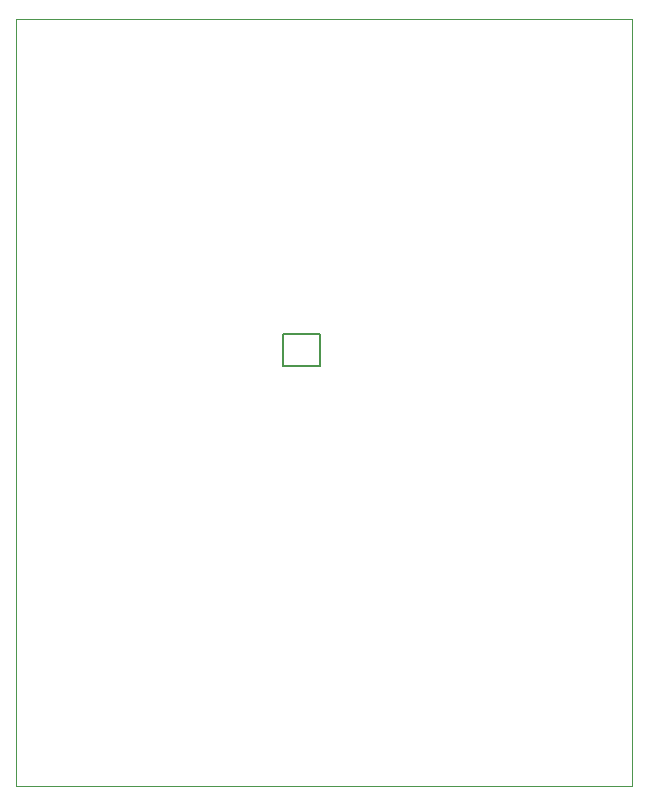
<source format=gbo>
G04*
G04 #@! TF.GenerationSoftware,Altium Limited,Altium Designer,22.1.2 (22)*
G04*
G04 Layer_Color=32896*
%FSLAX25Y25*%
%MOIN*%
G70*
G04*
G04 #@! TF.SameCoordinates,E10519B3-167D-45EA-A28F-B3D4EE67A307*
G04*
G04*
G04 #@! TF.FilePolarity,Positive*
G04*
G01*
G75*
%ADD15C,0.00400*%
%ADD33C,0.00800*%
D15*
X100000Y100000D02*
Y355600D01*
X305300D01*
Y100000D02*
Y355600D01*
X100000Y100000D02*
X305300D01*
D33*
X189000Y240000D02*
Y250700D01*
Y240000D02*
X201400D01*
Y250700D01*
X189000D02*
X201400D01*
M02*

</source>
